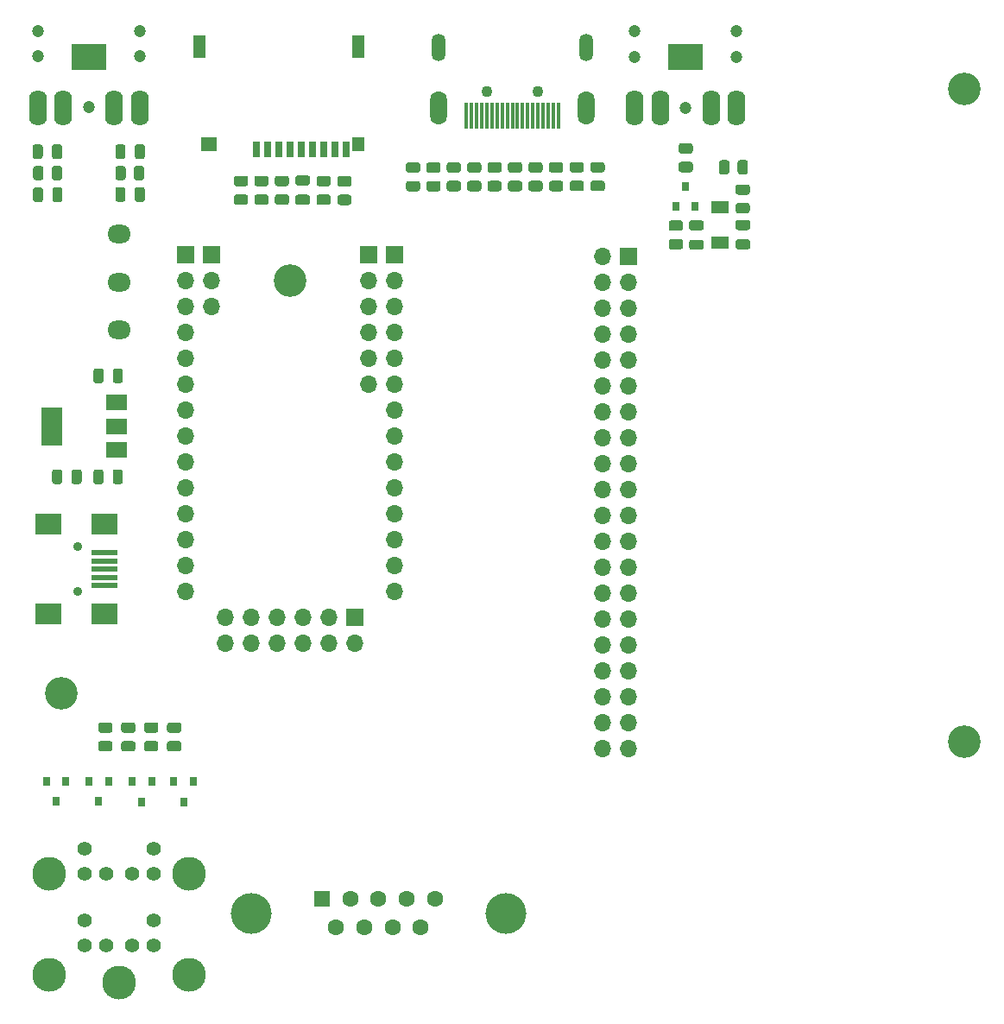
<source format=gbr>
%TF.GenerationSoftware,KiCad,Pcbnew,(5.1.8)-1*%
%TF.CreationDate,2021-04-17T11:25:56+02:00*%
%TF.ProjectId,CYC10 Board,43594331-3020-4426-9f61-72642e6b6963,rev?*%
%TF.SameCoordinates,Original*%
%TF.FileFunction,Soldermask,Top*%
%TF.FilePolarity,Negative*%
%FSLAX46Y46*%
G04 Gerber Fmt 4.6, Leading zero omitted, Abs format (unit mm)*
G04 Created by KiCad (PCBNEW (5.1.8)-1) date 2021-04-17 11:25:56*
%MOMM*%
%LPD*%
G01*
G04 APERTURE LIST*
%ADD10R,0.800000X0.900000*%
%ADD11C,1.200000*%
%ADD12R,3.500000X2.500000*%
%ADD13O,1.750000X3.500000*%
%ADD14R,1.700000X1.300000*%
%ADD15C,3.200000*%
%ADD16C,3.316000*%
%ADD17C,1.408000*%
%ADD18R,1.700000X1.700000*%
%ADD19O,1.700000X1.700000*%
%ADD20R,0.300000X2.600000*%
%ADD21O,1.650000X3.300000*%
%ADD22O,1.350000X2.700000*%
%ADD23C,1.100000*%
%ADD24R,0.700000X1.600000*%
%ADD25R,1.200000X1.400000*%
%ADD26R,1.600000X1.400000*%
%ADD27R,1.200000X2.200000*%
%ADD28R,2.000000X1.500000*%
%ADD29R,2.000000X3.800000*%
%ADD30O,2.300000X1.800000*%
%ADD31C,0.900000*%
%ADD32R,2.500000X0.500000*%
%ADD33R,2.500000X2.000000*%
%ADD34C,4.000000*%
%ADD35C,1.600000*%
%ADD36R,1.600000X1.600000*%
G04 APERTURE END LIST*
%TO.C,R31*%
G36*
G01*
X96313000Y-34342899D02*
X96313000Y-35242901D01*
G75*
G02*
X96063001Y-35492900I-249999J0D01*
G01*
X95537999Y-35492900D01*
G75*
G02*
X95288000Y-35242901I0J249999D01*
G01*
X95288000Y-34342899D01*
G75*
G02*
X95537999Y-34092900I249999J0D01*
G01*
X96063001Y-34092900D01*
G75*
G02*
X96313000Y-34342899I0J-249999D01*
G01*
G37*
G36*
G01*
X98138000Y-34342899D02*
X98138000Y-35242901D01*
G75*
G02*
X97888001Y-35492900I-249999J0D01*
G01*
X97362999Y-35492900D01*
G75*
G02*
X97113000Y-35242901I0J249999D01*
G01*
X97113000Y-34342899D01*
G75*
G02*
X97362999Y-34092900I249999J0D01*
G01*
X97888001Y-34092900D01*
G75*
G02*
X98138000Y-34342899I0J-249999D01*
G01*
G37*
%TD*%
%TO.C,R30*%
G36*
G01*
X98062201Y-37491700D02*
X97162199Y-37491700D01*
G75*
G02*
X96912200Y-37241701I0J249999D01*
G01*
X96912200Y-36716699D01*
G75*
G02*
X97162199Y-36466700I249999J0D01*
G01*
X98062201Y-36466700D01*
G75*
G02*
X98312200Y-36716699I0J-249999D01*
G01*
X98312200Y-37241701D01*
G75*
G02*
X98062201Y-37491700I-249999J0D01*
G01*
G37*
G36*
G01*
X98062201Y-39316700D02*
X97162199Y-39316700D01*
G75*
G02*
X96912200Y-39066701I0J249999D01*
G01*
X96912200Y-38541699D01*
G75*
G02*
X97162199Y-38291700I249999J0D01*
G01*
X98062201Y-38291700D01*
G75*
G02*
X98312200Y-38541699I0J-249999D01*
G01*
X98312200Y-39066701D01*
G75*
G02*
X98062201Y-39316700I-249999J0D01*
G01*
G37*
%TD*%
%TO.C,R29*%
G36*
G01*
X90614099Y-41832500D02*
X91514101Y-41832500D01*
G75*
G02*
X91764100Y-42082499I0J-249999D01*
G01*
X91764100Y-42607501D01*
G75*
G02*
X91514101Y-42857500I-249999J0D01*
G01*
X90614099Y-42857500D01*
G75*
G02*
X90364100Y-42607501I0J249999D01*
G01*
X90364100Y-42082499D01*
G75*
G02*
X90614099Y-41832500I249999J0D01*
G01*
G37*
G36*
G01*
X90614099Y-40007500D02*
X91514101Y-40007500D01*
G75*
G02*
X91764100Y-40257499I0J-249999D01*
G01*
X91764100Y-40782501D01*
G75*
G02*
X91514101Y-41032500I-249999J0D01*
G01*
X90614099Y-41032500D01*
G75*
G02*
X90364100Y-40782501I0J249999D01*
G01*
X90364100Y-40257499D01*
G75*
G02*
X90614099Y-40007500I249999J0D01*
G01*
G37*
%TD*%
%TO.C,R28*%
G36*
G01*
X91574199Y-34258200D02*
X92474201Y-34258200D01*
G75*
G02*
X92724200Y-34508199I0J-249999D01*
G01*
X92724200Y-35033201D01*
G75*
G02*
X92474201Y-35283200I-249999J0D01*
G01*
X91574199Y-35283200D01*
G75*
G02*
X91324200Y-35033201I0J249999D01*
G01*
X91324200Y-34508199D01*
G75*
G02*
X91574199Y-34258200I249999J0D01*
G01*
G37*
G36*
G01*
X91574199Y-32433200D02*
X92474201Y-32433200D01*
G75*
G02*
X92724200Y-32683199I0J-249999D01*
G01*
X92724200Y-33208201D01*
G75*
G02*
X92474201Y-33458200I-249999J0D01*
G01*
X91574199Y-33458200D01*
G75*
G02*
X91324200Y-33208201I0J249999D01*
G01*
X91324200Y-32683199D01*
G75*
G02*
X91574199Y-32433200I249999J0D01*
G01*
G37*
%TD*%
D10*
%TO.C,Q1*%
X92024200Y-36653000D03*
X92974200Y-38653000D03*
X91074200Y-38653000D03*
%TD*%
D11*
%TO.C,J11*%
X87014000Y-21463100D03*
X97014000Y-21463100D03*
X92014000Y-28963100D03*
X87014000Y-23963100D03*
X97014000Y-23963100D03*
D12*
X92014000Y-24002100D03*
D13*
X97014000Y-29008100D03*
X87014000Y-29008100D03*
X94514000Y-29008100D03*
X89514000Y-29008100D03*
%TD*%
D14*
%TO.C,D5*%
X95377000Y-38717300D03*
X95377000Y-42217300D03*
%TD*%
%TO.C,C3*%
G36*
G01*
X98112600Y-40957100D02*
X97162600Y-40957100D01*
G75*
G02*
X96912600Y-40707100I0J250000D01*
G01*
X96912600Y-40207100D01*
G75*
G02*
X97162600Y-39957100I250000J0D01*
G01*
X98112600Y-39957100D01*
G75*
G02*
X98362600Y-40207100I0J-250000D01*
G01*
X98362600Y-40707100D01*
G75*
G02*
X98112600Y-40957100I-250000J0D01*
G01*
G37*
G36*
G01*
X98112600Y-42857100D02*
X97162600Y-42857100D01*
G75*
G02*
X96912600Y-42607100I0J250000D01*
G01*
X96912600Y-42107100D01*
G75*
G02*
X97162600Y-41857100I250000J0D01*
G01*
X98112600Y-41857100D01*
G75*
G02*
X98362600Y-42107100I0J-250000D01*
G01*
X98362600Y-42607100D01*
G75*
G02*
X98112600Y-42857100I-250000J0D01*
G01*
G37*
%TD*%
%TO.C,C2*%
G36*
G01*
X92605800Y-41887600D02*
X93555800Y-41887600D01*
G75*
G02*
X93805800Y-42137600I0J-250000D01*
G01*
X93805800Y-42637600D01*
G75*
G02*
X93555800Y-42887600I-250000J0D01*
G01*
X92605800Y-42887600D01*
G75*
G02*
X92355800Y-42637600I0J250000D01*
G01*
X92355800Y-42137600D01*
G75*
G02*
X92605800Y-41887600I250000J0D01*
G01*
G37*
G36*
G01*
X92605800Y-39987600D02*
X93555800Y-39987600D01*
G75*
G02*
X93805800Y-40237600I0J-250000D01*
G01*
X93805800Y-40737600D01*
G75*
G02*
X93555800Y-40987600I-250000J0D01*
G01*
X92605800Y-40987600D01*
G75*
G02*
X92355800Y-40737600I0J250000D01*
G01*
X92355800Y-40237600D01*
G75*
G02*
X92605800Y-39987600I250000J0D01*
G01*
G37*
%TD*%
%TO.C,C1*%
G36*
G01*
X54932600Y-36573000D02*
X53982600Y-36573000D01*
G75*
G02*
X53732600Y-36323000I0J250000D01*
G01*
X53732600Y-35823000D01*
G75*
G02*
X53982600Y-35573000I250000J0D01*
G01*
X54932600Y-35573000D01*
G75*
G02*
X55182600Y-35823000I0J-250000D01*
G01*
X55182600Y-36323000D01*
G75*
G02*
X54932600Y-36573000I-250000J0D01*
G01*
G37*
G36*
G01*
X54932600Y-38473000D02*
X53982600Y-38473000D01*
G75*
G02*
X53732600Y-38223000I0J250000D01*
G01*
X53732600Y-37723000D01*
G75*
G02*
X53982600Y-37473000I250000J0D01*
G01*
X54932600Y-37473000D01*
G75*
G02*
X55182600Y-37723000I0J-250000D01*
G01*
X55182600Y-38223000D01*
G75*
G02*
X54932600Y-38473000I-250000J0D01*
G01*
G37*
%TD*%
%TO.C,R27*%
G36*
G01*
X50869001Y-36651000D02*
X49968999Y-36651000D01*
G75*
G02*
X49719000Y-36401001I0J249999D01*
G01*
X49719000Y-35875999D01*
G75*
G02*
X49968999Y-35626000I249999J0D01*
G01*
X50869001Y-35626000D01*
G75*
G02*
X51119000Y-35875999I0J-249999D01*
G01*
X51119000Y-36401001D01*
G75*
G02*
X50869001Y-36651000I-249999J0D01*
G01*
G37*
G36*
G01*
X50869001Y-38476000D02*
X49968999Y-38476000D01*
G75*
G02*
X49719000Y-38226001I0J249999D01*
G01*
X49719000Y-37700999D01*
G75*
G02*
X49968999Y-37451000I249999J0D01*
G01*
X50869001Y-37451000D01*
G75*
G02*
X51119000Y-37700999I0J-249999D01*
G01*
X51119000Y-38226001D01*
G75*
G02*
X50869001Y-38476000I-249999J0D01*
G01*
G37*
%TD*%
%TO.C,R26*%
G36*
G01*
X52875601Y-36645900D02*
X51975599Y-36645900D01*
G75*
G02*
X51725600Y-36395901I0J249999D01*
G01*
X51725600Y-35870899D01*
G75*
G02*
X51975599Y-35620900I249999J0D01*
G01*
X52875601Y-35620900D01*
G75*
G02*
X53125600Y-35870899I0J-249999D01*
G01*
X53125600Y-36395901D01*
G75*
G02*
X52875601Y-36645900I-249999J0D01*
G01*
G37*
G36*
G01*
X52875601Y-38470900D02*
X51975599Y-38470900D01*
G75*
G02*
X51725600Y-38220901I0J249999D01*
G01*
X51725600Y-37695899D01*
G75*
G02*
X51975599Y-37445900I249999J0D01*
G01*
X52875601Y-37445900D01*
G75*
G02*
X53125600Y-37695899I0J-249999D01*
G01*
X53125600Y-38220901D01*
G75*
G02*
X52875601Y-38470900I-249999J0D01*
G01*
G37*
%TD*%
%TO.C,R25*%
G36*
G01*
X56965001Y-36666200D02*
X56064999Y-36666200D01*
G75*
G02*
X55815000Y-36416201I0J249999D01*
G01*
X55815000Y-35891199D01*
G75*
G02*
X56064999Y-35641200I249999J0D01*
G01*
X56965001Y-35641200D01*
G75*
G02*
X57215000Y-35891199I0J-249999D01*
G01*
X57215000Y-36416201D01*
G75*
G02*
X56965001Y-36666200I-249999J0D01*
G01*
G37*
G36*
G01*
X56965001Y-38491200D02*
X56064999Y-38491200D01*
G75*
G02*
X55815000Y-38241201I0J249999D01*
G01*
X55815000Y-37716199D01*
G75*
G02*
X56064999Y-37466200I249999J0D01*
G01*
X56965001Y-37466200D01*
G75*
G02*
X57215000Y-37716199I0J-249999D01*
G01*
X57215000Y-38241201D01*
G75*
G02*
X56965001Y-38491200I-249999J0D01*
G01*
G37*
%TD*%
%TO.C,R24*%
G36*
G01*
X59009701Y-36676400D02*
X58109699Y-36676400D01*
G75*
G02*
X57859700Y-36426401I0J249999D01*
G01*
X57859700Y-35901399D01*
G75*
G02*
X58109699Y-35651400I249999J0D01*
G01*
X59009701Y-35651400D01*
G75*
G02*
X59259700Y-35901399I0J-249999D01*
G01*
X59259700Y-36426401D01*
G75*
G02*
X59009701Y-36676400I-249999J0D01*
G01*
G37*
G36*
G01*
X59009701Y-38501400D02*
X58109699Y-38501400D01*
G75*
G02*
X57859700Y-38251401I0J249999D01*
G01*
X57859700Y-37726399D01*
G75*
G02*
X58109699Y-37476400I249999J0D01*
G01*
X59009701Y-37476400D01*
G75*
G02*
X59259700Y-37726399I0J-249999D01*
G01*
X59259700Y-38251401D01*
G75*
G02*
X59009701Y-38501400I-249999J0D01*
G01*
G37*
%TD*%
%TO.C,R5*%
G36*
G01*
X39156199Y-91047500D02*
X40056201Y-91047500D01*
G75*
G02*
X40306200Y-91297499I0J-249999D01*
G01*
X40306200Y-91822501D01*
G75*
G02*
X40056201Y-92072500I-249999J0D01*
G01*
X39156199Y-92072500D01*
G75*
G02*
X38906200Y-91822501I0J249999D01*
G01*
X38906200Y-91297499D01*
G75*
G02*
X39156199Y-91047500I249999J0D01*
G01*
G37*
G36*
G01*
X39156199Y-89222500D02*
X40056201Y-89222500D01*
G75*
G02*
X40306200Y-89472499I0J-249999D01*
G01*
X40306200Y-89997501D01*
G75*
G02*
X40056201Y-90247500I-249999J0D01*
G01*
X39156199Y-90247500D01*
G75*
G02*
X38906200Y-89997501I0J249999D01*
G01*
X38906200Y-89472499D01*
G75*
G02*
X39156199Y-89222500I249999J0D01*
G01*
G37*
%TD*%
%TO.C,R4*%
G36*
G01*
X41406699Y-91055100D02*
X42306701Y-91055100D01*
G75*
G02*
X42556700Y-91305099I0J-249999D01*
G01*
X42556700Y-91830101D01*
G75*
G02*
X42306701Y-92080100I-249999J0D01*
G01*
X41406699Y-92080100D01*
G75*
G02*
X41156700Y-91830101I0J249999D01*
G01*
X41156700Y-91305099D01*
G75*
G02*
X41406699Y-91055100I249999J0D01*
G01*
G37*
G36*
G01*
X41406699Y-89230100D02*
X42306701Y-89230100D01*
G75*
G02*
X42556700Y-89480099I0J-249999D01*
G01*
X42556700Y-90005101D01*
G75*
G02*
X42306701Y-90255100I-249999J0D01*
G01*
X41406699Y-90255100D01*
G75*
G02*
X41156700Y-90005101I0J249999D01*
G01*
X41156700Y-89480099D01*
G75*
G02*
X41406699Y-89230100I249999J0D01*
G01*
G37*
%TD*%
%TO.C,R3*%
G36*
G01*
X34660399Y-91042400D02*
X35560401Y-91042400D01*
G75*
G02*
X35810400Y-91292399I0J-249999D01*
G01*
X35810400Y-91817401D01*
G75*
G02*
X35560401Y-92067400I-249999J0D01*
G01*
X34660399Y-92067400D01*
G75*
G02*
X34410400Y-91817401I0J249999D01*
G01*
X34410400Y-91292399D01*
G75*
G02*
X34660399Y-91042400I249999J0D01*
G01*
G37*
G36*
G01*
X34660399Y-89217400D02*
X35560401Y-89217400D01*
G75*
G02*
X35810400Y-89467399I0J-249999D01*
G01*
X35810400Y-89992401D01*
G75*
G02*
X35560401Y-90242400I-249999J0D01*
G01*
X34660399Y-90242400D01*
G75*
G02*
X34410400Y-89992401I0J249999D01*
G01*
X34410400Y-89467399D01*
G75*
G02*
X34660399Y-89217400I249999J0D01*
G01*
G37*
%TD*%
%TO.C,R2*%
G36*
G01*
X36903199Y-91052600D02*
X37803201Y-91052600D01*
G75*
G02*
X38053200Y-91302599I0J-249999D01*
G01*
X38053200Y-91827601D01*
G75*
G02*
X37803201Y-92077600I-249999J0D01*
G01*
X36903199Y-92077600D01*
G75*
G02*
X36653200Y-91827601I0J249999D01*
G01*
X36653200Y-91302599D01*
G75*
G02*
X36903199Y-91052600I249999J0D01*
G01*
G37*
G36*
G01*
X36903199Y-89227600D02*
X37803201Y-89227600D01*
G75*
G02*
X38053200Y-89477599I0J-249999D01*
G01*
X38053200Y-90002601D01*
G75*
G02*
X37803201Y-90252600I-249999J0D01*
G01*
X36903199Y-90252600D01*
G75*
G02*
X36653200Y-90002601I0J249999D01*
G01*
X36653200Y-89477599D01*
G75*
G02*
X36903199Y-89227600I249999J0D01*
G01*
G37*
%TD*%
%TO.C,R18*%
G36*
G01*
X80898599Y-36112400D02*
X81798601Y-36112400D01*
G75*
G02*
X82048600Y-36362399I0J-249999D01*
G01*
X82048600Y-36887401D01*
G75*
G02*
X81798601Y-37137400I-249999J0D01*
G01*
X80898599Y-37137400D01*
G75*
G02*
X80648600Y-36887401I0J249999D01*
G01*
X80648600Y-36362399D01*
G75*
G02*
X80898599Y-36112400I249999J0D01*
G01*
G37*
G36*
G01*
X80898599Y-34287400D02*
X81798601Y-34287400D01*
G75*
G02*
X82048600Y-34537399I0J-249999D01*
G01*
X82048600Y-35062401D01*
G75*
G02*
X81798601Y-35312400I-249999J0D01*
G01*
X80898599Y-35312400D01*
G75*
G02*
X80648600Y-35062401I0J249999D01*
G01*
X80648600Y-34537399D01*
G75*
G02*
X80898599Y-34287400I249999J0D01*
G01*
G37*
%TD*%
%TO.C,R22*%
G36*
G01*
X37908200Y-35814401D02*
X37908200Y-34914399D01*
G75*
G02*
X38158199Y-34664400I249999J0D01*
G01*
X38683201Y-34664400D01*
G75*
G02*
X38933200Y-34914399I0J-249999D01*
G01*
X38933200Y-35814401D01*
G75*
G02*
X38683201Y-36064400I-249999J0D01*
G01*
X38158199Y-36064400D01*
G75*
G02*
X37908200Y-35814401I0J249999D01*
G01*
G37*
G36*
G01*
X36083200Y-35814401D02*
X36083200Y-34914399D01*
G75*
G02*
X36333199Y-34664400I249999J0D01*
G01*
X36858201Y-34664400D01*
G75*
G02*
X37108200Y-34914399I0J-249999D01*
G01*
X37108200Y-35814401D01*
G75*
G02*
X36858201Y-36064400I-249999J0D01*
G01*
X36333199Y-36064400D01*
G75*
G02*
X36083200Y-35814401I0J249999D01*
G01*
G37*
%TD*%
%TO.C,R21*%
G36*
G01*
X29048800Y-34909299D02*
X29048800Y-35809301D01*
G75*
G02*
X28798801Y-36059300I-249999J0D01*
G01*
X28273799Y-36059300D01*
G75*
G02*
X28023800Y-35809301I0J249999D01*
G01*
X28023800Y-34909299D01*
G75*
G02*
X28273799Y-34659300I249999J0D01*
G01*
X28798801Y-34659300D01*
G75*
G02*
X29048800Y-34909299I0J-249999D01*
G01*
G37*
G36*
G01*
X30873800Y-34909299D02*
X30873800Y-35809301D01*
G75*
G02*
X30623801Y-36059300I-249999J0D01*
G01*
X30098799Y-36059300D01*
G75*
G02*
X29848800Y-35809301I0J249999D01*
G01*
X29848800Y-34909299D01*
G75*
G02*
X30098799Y-34659300I249999J0D01*
G01*
X30623801Y-34659300D01*
G75*
G02*
X30873800Y-34909299I0J-249999D01*
G01*
G37*
%TD*%
%TO.C,R17*%
G36*
G01*
X83840701Y-35307300D02*
X82940699Y-35307300D01*
G75*
G02*
X82690700Y-35057301I0J249999D01*
G01*
X82690700Y-34532299D01*
G75*
G02*
X82940699Y-34282300I249999J0D01*
G01*
X83840701Y-34282300D01*
G75*
G02*
X84090700Y-34532299I0J-249999D01*
G01*
X84090700Y-35057301D01*
G75*
G02*
X83840701Y-35307300I-249999J0D01*
G01*
G37*
G36*
G01*
X83840701Y-37132300D02*
X82940699Y-37132300D01*
G75*
G02*
X82690700Y-36882301I0J249999D01*
G01*
X82690700Y-36357299D01*
G75*
G02*
X82940699Y-36107300I249999J0D01*
G01*
X83840701Y-36107300D01*
G75*
G02*
X84090700Y-36357299I0J-249999D01*
G01*
X84090700Y-36882301D01*
G75*
G02*
X83840701Y-37132300I-249999J0D01*
G01*
G37*
%TD*%
%TO.C,R16*%
G36*
G01*
X78866599Y-36120000D02*
X79766601Y-36120000D01*
G75*
G02*
X80016600Y-36369999I0J-249999D01*
G01*
X80016600Y-36895001D01*
G75*
G02*
X79766601Y-37145000I-249999J0D01*
G01*
X78866599Y-37145000D01*
G75*
G02*
X78616600Y-36895001I0J249999D01*
G01*
X78616600Y-36369999D01*
G75*
G02*
X78866599Y-36120000I249999J0D01*
G01*
G37*
G36*
G01*
X78866599Y-34295000D02*
X79766601Y-34295000D01*
G75*
G02*
X80016600Y-34544999I0J-249999D01*
G01*
X80016600Y-35070001D01*
G75*
G02*
X79766601Y-35320000I-249999J0D01*
G01*
X78866599Y-35320000D01*
G75*
G02*
X78616600Y-35070001I0J249999D01*
G01*
X78616600Y-34544999D01*
G75*
G02*
X78866599Y-34295000I249999J0D01*
G01*
G37*
%TD*%
%TO.C,R15*%
G36*
G01*
X76847299Y-36120000D02*
X77747301Y-36120000D01*
G75*
G02*
X77997300Y-36369999I0J-249999D01*
G01*
X77997300Y-36895001D01*
G75*
G02*
X77747301Y-37145000I-249999J0D01*
G01*
X76847299Y-37145000D01*
G75*
G02*
X76597300Y-36895001I0J249999D01*
G01*
X76597300Y-36369999D01*
G75*
G02*
X76847299Y-36120000I249999J0D01*
G01*
G37*
G36*
G01*
X76847299Y-34295000D02*
X77747301Y-34295000D01*
G75*
G02*
X77997300Y-34544999I0J-249999D01*
G01*
X77997300Y-35070001D01*
G75*
G02*
X77747301Y-35320000I-249999J0D01*
G01*
X76847299Y-35320000D01*
G75*
G02*
X76597300Y-35070001I0J249999D01*
G01*
X76597300Y-34544999D01*
G75*
G02*
X76847299Y-34295000I249999J0D01*
G01*
G37*
%TD*%
%TO.C,R14*%
G36*
G01*
X72836599Y-36122600D02*
X73736601Y-36122600D01*
G75*
G02*
X73986600Y-36372599I0J-249999D01*
G01*
X73986600Y-36897601D01*
G75*
G02*
X73736601Y-37147600I-249999J0D01*
G01*
X72836599Y-37147600D01*
G75*
G02*
X72586600Y-36897601I0J249999D01*
G01*
X72586600Y-36372599D01*
G75*
G02*
X72836599Y-36122600I249999J0D01*
G01*
G37*
G36*
G01*
X72836599Y-34297600D02*
X73736601Y-34297600D01*
G75*
G02*
X73986600Y-34547599I0J-249999D01*
G01*
X73986600Y-35072601D01*
G75*
G02*
X73736601Y-35322600I-249999J0D01*
G01*
X72836599Y-35322600D01*
G75*
G02*
X72586600Y-35072601I0J249999D01*
G01*
X72586600Y-34547599D01*
G75*
G02*
X72836599Y-34297600I249999J0D01*
G01*
G37*
%TD*%
%TO.C,R13*%
G36*
G01*
X74843199Y-36117500D02*
X75743201Y-36117500D01*
G75*
G02*
X75993200Y-36367499I0J-249999D01*
G01*
X75993200Y-36892501D01*
G75*
G02*
X75743201Y-37142500I-249999J0D01*
G01*
X74843199Y-37142500D01*
G75*
G02*
X74593200Y-36892501I0J249999D01*
G01*
X74593200Y-36367499D01*
G75*
G02*
X74843199Y-36117500I249999J0D01*
G01*
G37*
G36*
G01*
X74843199Y-34292500D02*
X75743201Y-34292500D01*
G75*
G02*
X75993200Y-34542499I0J-249999D01*
G01*
X75993200Y-35067501D01*
G75*
G02*
X75743201Y-35317500I-249999J0D01*
G01*
X74843199Y-35317500D01*
G75*
G02*
X74593200Y-35067501I0J249999D01*
G01*
X74593200Y-34542499D01*
G75*
G02*
X74843199Y-34292500I249999J0D01*
G01*
G37*
%TD*%
%TO.C,R12*%
G36*
G01*
X70832599Y-36122600D02*
X71732601Y-36122600D01*
G75*
G02*
X71982600Y-36372599I0J-249999D01*
G01*
X71982600Y-36897601D01*
G75*
G02*
X71732601Y-37147600I-249999J0D01*
G01*
X70832599Y-37147600D01*
G75*
G02*
X70582600Y-36897601I0J249999D01*
G01*
X70582600Y-36372599D01*
G75*
G02*
X70832599Y-36122600I249999J0D01*
G01*
G37*
G36*
G01*
X70832599Y-34297600D02*
X71732601Y-34297600D01*
G75*
G02*
X71982600Y-34547599I0J-249999D01*
G01*
X71982600Y-35072601D01*
G75*
G02*
X71732601Y-35322600I-249999J0D01*
G01*
X70832599Y-35322600D01*
G75*
G02*
X70582600Y-35072601I0J249999D01*
G01*
X70582600Y-34547599D01*
G75*
G02*
X70832599Y-34297600I249999J0D01*
G01*
G37*
%TD*%
%TO.C,R11*%
G36*
G01*
X68838699Y-36125100D02*
X69738701Y-36125100D01*
G75*
G02*
X69988700Y-36375099I0J-249999D01*
G01*
X69988700Y-36900101D01*
G75*
G02*
X69738701Y-37150100I-249999J0D01*
G01*
X68838699Y-37150100D01*
G75*
G02*
X68588700Y-36900101I0J249999D01*
G01*
X68588700Y-36375099D01*
G75*
G02*
X68838699Y-36125100I249999J0D01*
G01*
G37*
G36*
G01*
X68838699Y-34300100D02*
X69738701Y-34300100D01*
G75*
G02*
X69988700Y-34550099I0J-249999D01*
G01*
X69988700Y-35075101D01*
G75*
G02*
X69738701Y-35325100I-249999J0D01*
G01*
X68838699Y-35325100D01*
G75*
G02*
X68588700Y-35075101I0J249999D01*
G01*
X68588700Y-34550099D01*
G75*
G02*
X68838699Y-34300100I249999J0D01*
G01*
G37*
%TD*%
%TO.C,R10*%
G36*
G01*
X64843199Y-36132700D02*
X65743201Y-36132700D01*
G75*
G02*
X65993200Y-36382699I0J-249999D01*
G01*
X65993200Y-36907701D01*
G75*
G02*
X65743201Y-37157700I-249999J0D01*
G01*
X64843199Y-37157700D01*
G75*
G02*
X64593200Y-36907701I0J249999D01*
G01*
X64593200Y-36382699D01*
G75*
G02*
X64843199Y-36132700I249999J0D01*
G01*
G37*
G36*
G01*
X64843199Y-34307700D02*
X65743201Y-34307700D01*
G75*
G02*
X65993200Y-34557699I0J-249999D01*
G01*
X65993200Y-35082701D01*
G75*
G02*
X65743201Y-35332700I-249999J0D01*
G01*
X64843199Y-35332700D01*
G75*
G02*
X64593200Y-35082701I0J249999D01*
G01*
X64593200Y-34557699D01*
G75*
G02*
X64843199Y-34307700I249999J0D01*
G01*
G37*
%TD*%
%TO.C,R9*%
G36*
G01*
X66842199Y-36130200D02*
X67742201Y-36130200D01*
G75*
G02*
X67992200Y-36380199I0J-249999D01*
G01*
X67992200Y-36905201D01*
G75*
G02*
X67742201Y-37155200I-249999J0D01*
G01*
X66842199Y-37155200D01*
G75*
G02*
X66592200Y-36905201I0J249999D01*
G01*
X66592200Y-36380199D01*
G75*
G02*
X66842199Y-36130200I249999J0D01*
G01*
G37*
G36*
G01*
X66842199Y-34305200D02*
X67742201Y-34305200D01*
G75*
G02*
X67992200Y-34555199I0J-249999D01*
G01*
X67992200Y-35080201D01*
G75*
G02*
X67742201Y-35330200I-249999J0D01*
G01*
X66842199Y-35330200D01*
G75*
G02*
X66592200Y-35080201I0J249999D01*
G01*
X66592200Y-34555199D01*
G75*
G02*
X66842199Y-34305200I249999J0D01*
G01*
G37*
%TD*%
%TO.C,C19*%
G36*
G01*
X37988700Y-33738800D02*
X37988700Y-32788800D01*
G75*
G02*
X38238700Y-32538800I250000J0D01*
G01*
X38738700Y-32538800D01*
G75*
G02*
X38988700Y-32788800I0J-250000D01*
G01*
X38988700Y-33738800D01*
G75*
G02*
X38738700Y-33988800I-250000J0D01*
G01*
X38238700Y-33988800D01*
G75*
G02*
X37988700Y-33738800I0J250000D01*
G01*
G37*
G36*
G01*
X36088700Y-33738800D02*
X36088700Y-32788800D01*
G75*
G02*
X36338700Y-32538800I250000J0D01*
G01*
X36838700Y-32538800D01*
G75*
G02*
X37088700Y-32788800I0J-250000D01*
G01*
X37088700Y-33738800D01*
G75*
G02*
X36838700Y-33988800I-250000J0D01*
G01*
X36338700Y-33988800D01*
G75*
G02*
X36088700Y-33738800I0J250000D01*
G01*
G37*
%TD*%
%TO.C,C18*%
G36*
G01*
X28973400Y-32788800D02*
X28973400Y-33738800D01*
G75*
G02*
X28723400Y-33988800I-250000J0D01*
G01*
X28223400Y-33988800D01*
G75*
G02*
X27973400Y-33738800I0J250000D01*
G01*
X27973400Y-32788800D01*
G75*
G02*
X28223400Y-32538800I250000J0D01*
G01*
X28723400Y-32538800D01*
G75*
G02*
X28973400Y-32788800I0J-250000D01*
G01*
G37*
G36*
G01*
X30873400Y-32788800D02*
X30873400Y-33738800D01*
G75*
G02*
X30623400Y-33988800I-250000J0D01*
G01*
X30123400Y-33988800D01*
G75*
G02*
X29873400Y-33738800I0J250000D01*
G01*
X29873400Y-32788800D01*
G75*
G02*
X30123400Y-32538800I250000J0D01*
G01*
X30623400Y-32538800D01*
G75*
G02*
X30873400Y-32788800I0J-250000D01*
G01*
G37*
%TD*%
%TO.C,C17*%
G36*
G01*
X37083600Y-36982400D02*
X37083600Y-37932400D01*
G75*
G02*
X36833600Y-38182400I-250000J0D01*
G01*
X36333600Y-38182400D01*
G75*
G02*
X36083600Y-37932400I0J250000D01*
G01*
X36083600Y-36982400D01*
G75*
G02*
X36333600Y-36732400I250000J0D01*
G01*
X36833600Y-36732400D01*
G75*
G02*
X37083600Y-36982400I0J-250000D01*
G01*
G37*
G36*
G01*
X38983600Y-36982400D02*
X38983600Y-37932400D01*
G75*
G02*
X38733600Y-38182400I-250000J0D01*
G01*
X38233600Y-38182400D01*
G75*
G02*
X37983600Y-37932400I0J250000D01*
G01*
X37983600Y-36982400D01*
G75*
G02*
X38233600Y-36732400I250000J0D01*
G01*
X38733600Y-36732400D01*
G75*
G02*
X38983600Y-36982400I0J-250000D01*
G01*
G37*
%TD*%
%TO.C,C16*%
G36*
G01*
X29914000Y-37960300D02*
X29914000Y-37010300D01*
G75*
G02*
X30164000Y-36760300I250000J0D01*
G01*
X30664000Y-36760300D01*
G75*
G02*
X30914000Y-37010300I0J-250000D01*
G01*
X30914000Y-37960300D01*
G75*
G02*
X30664000Y-38210300I-250000J0D01*
G01*
X30164000Y-38210300D01*
G75*
G02*
X29914000Y-37960300I0J250000D01*
G01*
G37*
G36*
G01*
X28014000Y-37960300D02*
X28014000Y-37010300D01*
G75*
G02*
X28264000Y-36760300I250000J0D01*
G01*
X28764000Y-36760300D01*
G75*
G02*
X29014000Y-37010300I0J-250000D01*
G01*
X29014000Y-37960300D01*
G75*
G02*
X28764000Y-38210300I-250000J0D01*
G01*
X28264000Y-38210300D01*
G75*
G02*
X28014000Y-37960300I0J250000D01*
G01*
G37*
%TD*%
%TO.C,C13*%
G36*
G01*
X31786000Y-65618400D02*
X31786000Y-64668400D01*
G75*
G02*
X32036000Y-64418400I250000J0D01*
G01*
X32536000Y-64418400D01*
G75*
G02*
X32786000Y-64668400I0J-250000D01*
G01*
X32786000Y-65618400D01*
G75*
G02*
X32536000Y-65868400I-250000J0D01*
G01*
X32036000Y-65868400D01*
G75*
G02*
X31786000Y-65618400I0J250000D01*
G01*
G37*
G36*
G01*
X29886000Y-65618400D02*
X29886000Y-64668400D01*
G75*
G02*
X30136000Y-64418400I250000J0D01*
G01*
X30636000Y-64418400D01*
G75*
G02*
X30886000Y-64668400I0J-250000D01*
G01*
X30886000Y-65618400D01*
G75*
G02*
X30636000Y-65868400I-250000J0D01*
G01*
X30136000Y-65868400D01*
G75*
G02*
X29886000Y-65618400I0J250000D01*
G01*
G37*
%TD*%
%TO.C,C12*%
G36*
G01*
X35827100Y-65618400D02*
X35827100Y-64668400D01*
G75*
G02*
X36077100Y-64418400I250000J0D01*
G01*
X36577100Y-64418400D01*
G75*
G02*
X36827100Y-64668400I0J-250000D01*
G01*
X36827100Y-65618400D01*
G75*
G02*
X36577100Y-65868400I-250000J0D01*
G01*
X36077100Y-65868400D01*
G75*
G02*
X35827100Y-65618400I0J250000D01*
G01*
G37*
G36*
G01*
X33927100Y-65618400D02*
X33927100Y-64668400D01*
G75*
G02*
X34177100Y-64418400I250000J0D01*
G01*
X34677100Y-64418400D01*
G75*
G02*
X34927100Y-64668400I0J-250000D01*
G01*
X34927100Y-65618400D01*
G75*
G02*
X34677100Y-65868400I-250000J0D01*
G01*
X34177100Y-65868400D01*
G75*
G02*
X33927100Y-65618400I0J250000D01*
G01*
G37*
%TD*%
%TO.C,C9*%
G36*
G01*
X34939800Y-54770000D02*
X34939800Y-55720000D01*
G75*
G02*
X34689800Y-55970000I-250000J0D01*
G01*
X34189800Y-55970000D01*
G75*
G02*
X33939800Y-55720000I0J250000D01*
G01*
X33939800Y-54770000D01*
G75*
G02*
X34189800Y-54520000I250000J0D01*
G01*
X34689800Y-54520000D01*
G75*
G02*
X34939800Y-54770000I0J-250000D01*
G01*
G37*
G36*
G01*
X36839800Y-54770000D02*
X36839800Y-55720000D01*
G75*
G02*
X36589800Y-55970000I-250000J0D01*
G01*
X36089800Y-55970000D01*
G75*
G02*
X35839800Y-55720000I0J250000D01*
G01*
X35839800Y-54770000D01*
G75*
G02*
X36089800Y-54520000I250000J0D01*
G01*
X36589800Y-54520000D01*
G75*
G02*
X36839800Y-54770000I0J-250000D01*
G01*
G37*
%TD*%
D15*
%TO.C,H4*%
X30789900Y-86349800D03*
%TD*%
%TO.C,H3*%
X119339000Y-91145000D03*
%TD*%
%TO.C,H2*%
X119339000Y-27145000D03*
%TD*%
%TO.C,H1*%
X53258700Y-45946100D03*
%TD*%
D16*
%TO.C,J10*%
X43319300Y-113954000D03*
X36469300Y-114754000D03*
X29619300Y-113954000D03*
X43319300Y-104054000D03*
X29619300Y-104054000D03*
D17*
X39869300Y-111104000D03*
X37769300Y-111104000D03*
X35169300Y-111104000D03*
X33069300Y-111104000D03*
X39869300Y-108654000D03*
X33069300Y-108654000D03*
X39869300Y-101604000D03*
X33069300Y-101604000D03*
X33069300Y-104054000D03*
X39869300Y-104054000D03*
X35169300Y-104054000D03*
X37769300Y-104054000D03*
%TD*%
%TO.C,R1*%
G36*
G01*
X48859902Y-36653500D02*
X47959898Y-36653500D01*
G75*
G02*
X47709900Y-36403502I0J249998D01*
G01*
X47709900Y-35878498D01*
G75*
G02*
X47959898Y-35628500I249998J0D01*
G01*
X48859902Y-35628500D01*
G75*
G02*
X49109900Y-35878498I0J-249998D01*
G01*
X49109900Y-36403502D01*
G75*
G02*
X48859902Y-36653500I-249998J0D01*
G01*
G37*
G36*
G01*
X48859902Y-38478500D02*
X47959898Y-38478500D01*
G75*
G02*
X47709900Y-38228502I0J249998D01*
G01*
X47709900Y-37703498D01*
G75*
G02*
X47959898Y-37453500I249998J0D01*
G01*
X48859902Y-37453500D01*
G75*
G02*
X49109900Y-37703498I0J-249998D01*
G01*
X49109900Y-38228502D01*
G75*
G02*
X48859902Y-38478500I-249998J0D01*
G01*
G37*
%TD*%
D18*
%TO.C,J13*%
X86441300Y-43568600D03*
D19*
X83901300Y-43568600D03*
X86441300Y-46108600D03*
X83901300Y-46108600D03*
X86441300Y-48648600D03*
X83901300Y-48648600D03*
X86441300Y-51188600D03*
X83901300Y-51188600D03*
X86441300Y-53728600D03*
X83901300Y-53728600D03*
X86441300Y-56268600D03*
X83901300Y-56268600D03*
X86441300Y-58808600D03*
X83901300Y-58808600D03*
X86441300Y-61348600D03*
X83901300Y-61348600D03*
X86441300Y-63888600D03*
X83901300Y-63888600D03*
X86441300Y-66428600D03*
X83901300Y-66428600D03*
X86441300Y-68968600D03*
X83901300Y-68968600D03*
X86441300Y-71508600D03*
X83901300Y-71508600D03*
X86441300Y-74048600D03*
X83901300Y-74048600D03*
X86441300Y-76588600D03*
X83901300Y-76588600D03*
X86441300Y-79128600D03*
X83901300Y-79128600D03*
X86441300Y-81668600D03*
X83901300Y-81668600D03*
X86441300Y-84208600D03*
X83901300Y-84208600D03*
X86441300Y-86748600D03*
X83901300Y-86748600D03*
X86441300Y-89288600D03*
X83901300Y-89288600D03*
X86441300Y-91828600D03*
X83901300Y-91828600D03*
%TD*%
D11*
%TO.C,J12*%
X28495000Y-21397100D03*
X38495000Y-21397100D03*
X33495000Y-28897100D03*
X28495000Y-23897100D03*
X38495000Y-23897100D03*
D12*
X33495000Y-23936100D03*
D13*
X38495000Y-28942100D03*
X28495000Y-28942100D03*
X35995000Y-28942100D03*
X30995000Y-28942100D03*
%TD*%
D20*
%TO.C,J8*%
X70531600Y-29759900D03*
X71031600Y-29759900D03*
X71531600Y-29759900D03*
X72031600Y-29759900D03*
X72531600Y-29759900D03*
X73031600Y-29759900D03*
X73531600Y-29759900D03*
X74031600Y-29759900D03*
X74531600Y-29759900D03*
X75031600Y-29759900D03*
X75531600Y-29759900D03*
X76031600Y-29759900D03*
X76531600Y-29759900D03*
X77031600Y-29759900D03*
X77531600Y-29759900D03*
X78031600Y-29759900D03*
X78531600Y-29759900D03*
X79031600Y-29759900D03*
X79531600Y-29759900D03*
D21*
X67781600Y-28999900D03*
X82281600Y-28999900D03*
D22*
X82281600Y-23039900D03*
X67781600Y-23039900D03*
D23*
X77531600Y-27349900D03*
X72531600Y-27349900D03*
%TD*%
D24*
%TO.C,J7*%
X52123300Y-33042500D03*
X51023300Y-33042500D03*
X49923300Y-33042500D03*
X53223300Y-33042500D03*
X54323300Y-33042500D03*
X55423300Y-33042500D03*
X57623300Y-33042500D03*
X56523300Y-33042500D03*
X58723300Y-33042500D03*
D25*
X59873300Y-32542500D03*
D26*
X45273300Y-32542500D03*
D27*
X59873300Y-22942500D03*
X44373300Y-22942500D03*
%TD*%
D10*
%TO.C,D2*%
X42783700Y-97017500D03*
X41833700Y-95017500D03*
X43733700Y-95017500D03*
%TD*%
D28*
%TO.C,U2*%
X36172500Y-62480200D03*
X36172500Y-57880200D03*
X36172500Y-60180200D03*
D29*
X29872500Y-60180200D03*
%TD*%
D10*
%TO.C,D4*%
X38699400Y-97009500D03*
X37749400Y-95009500D03*
X39649400Y-95009500D03*
%TD*%
%TO.C,D3*%
X34465300Y-96981700D03*
X33515300Y-94981700D03*
X35415300Y-94981700D03*
%TD*%
%TO.C,D1*%
X30279300Y-96986700D03*
X29329300Y-94986700D03*
X31229300Y-94986700D03*
%TD*%
D30*
%TO.C,SW1*%
X36449000Y-50765400D03*
X36449000Y-46065400D03*
X36449000Y-41365400D03*
%TD*%
D31*
%TO.C,J9*%
X32425600Y-76388300D03*
X32425600Y-71988300D03*
D32*
X35025600Y-75788300D03*
X35025600Y-74988300D03*
X35025600Y-74188300D03*
X35025600Y-73388300D03*
X35025600Y-72588300D03*
D33*
X35025600Y-78588300D03*
X35025600Y-69788300D03*
X29525600Y-78588300D03*
X29525600Y-69788300D03*
%TD*%
D34*
%TO.C,J6*%
X74389900Y-107938000D03*
X49389900Y-107938000D03*
D35*
X66044900Y-109358000D03*
X63274900Y-109358000D03*
X60504900Y-109358000D03*
X57734900Y-109358000D03*
X67429900Y-106518000D03*
X64659900Y-106518000D03*
X61889900Y-106518000D03*
X59119900Y-106518000D03*
D36*
X56349900Y-106518000D03*
%TD*%
D18*
%TO.C,J5*%
X59551700Y-78963500D03*
D19*
X59551700Y-81503500D03*
X57011700Y-78963500D03*
X57011700Y-81503500D03*
X54471700Y-78963500D03*
X54471700Y-81503500D03*
X51931700Y-78963500D03*
X51931700Y-81503500D03*
X49391700Y-78963500D03*
X49391700Y-81503500D03*
X46851700Y-78963500D03*
X46851700Y-81503500D03*
%TD*%
%TO.C,J4*%
X63490000Y-76398100D03*
X63490000Y-73858100D03*
X63490000Y-71318100D03*
X63490000Y-68778100D03*
X63490000Y-66238100D03*
X63490000Y-63698100D03*
X63490000Y-61158100D03*
X63490000Y-58618100D03*
X63490000Y-56078100D03*
X63490000Y-53538100D03*
X63490000Y-50998100D03*
X63490000Y-48458100D03*
X63490000Y-45918100D03*
D18*
X63490000Y-43378100D03*
%TD*%
D19*
%TO.C,J3*%
X60950000Y-56078100D03*
X60950000Y-53538100D03*
X60950000Y-50998100D03*
X60950000Y-48458100D03*
X60950000Y-45918100D03*
D18*
X60950000Y-43378100D03*
%TD*%
D19*
%TO.C,J2*%
X45539700Y-48458100D03*
X45539700Y-45918100D03*
D18*
X45539700Y-43378100D03*
%TD*%
D19*
%TO.C,J1*%
X42999700Y-76388000D03*
X42999700Y-73848000D03*
X42999700Y-71308000D03*
X42999700Y-68768000D03*
X42999700Y-66228000D03*
X42999700Y-63688000D03*
X42999700Y-61148000D03*
X42999700Y-58608000D03*
X42999700Y-56068000D03*
X42999700Y-53528000D03*
X42999700Y-50988000D03*
X42999700Y-48448000D03*
X42999700Y-45908000D03*
D18*
X42999700Y-43368000D03*
%TD*%
M02*

</source>
